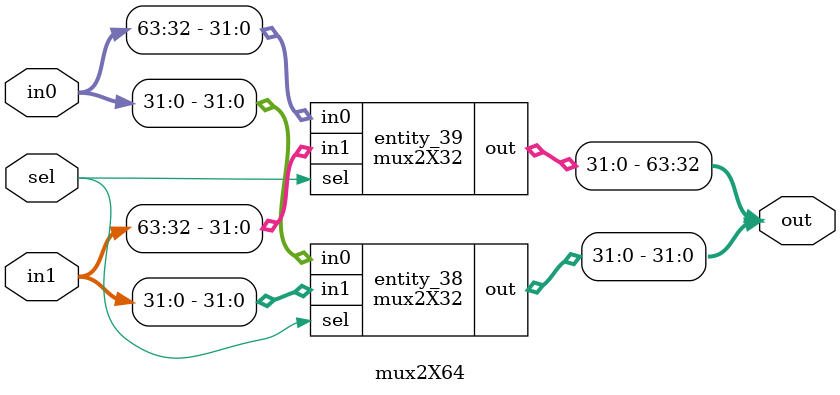
<source format=v>
module FULL_ADDER (a, b, c_in, sum, c_out);
    input wire a, b, c_in;
    output wire sum, c_out;
    wire s1, c1, c2;

    xor (s1, a, b); 
    xor (sum, s1, c_in);
    and (c1, a, b);
    and (c2, s1, c_in);
    or (c_out, c1, c2);
endmodule
//----------------------------------------------------------------------------
module FULL_ADDER_4BITS (a, b, c_in, sum, c_out);
    input wire [3:0] a, b;
    input wire c_in;
    output wire [3:0] sum;
    output wire c_out;
    wire [3:1] x;

FULL_ADDER entity_1 (a[0], b[0], c_in, sum[0], x[1]);
FULL_ADDER entity_2 (a[1], b[1], x[1], sum[1], x[2]);
FULL_ADDER entity_3 (a[2], b[2], x[2], sum[2], x[3]);
FULL_ADDER entity_4 (a[3], b[3], x[3], sum[3], c_out);
endmodule
//-----------------------------------------------------------------------------
module mux2X1 (in0, in1, sel, out);
    input wire in0, in1, sel;
    output wire out;
    wire net0, net1, selnot;

    not (selnot, sel);
    and (net0, in0, selnot);
    and (net1, in1, sel);
    or (out, net0, net1);
endmodule
//----------------------------------------------------------------------------
module mux2X2 (in0, in1, sel, out);
    input wire [1:0] in0, in1;
    input wire sel;
    output wire [1:0] out;
    wire net00, net10, selnot0, net01, net11, selnot1;

mux2X1 entity_5 (in0[0], in1[0], sel, out[0]);
mux2X1 entity_6 (in0[1], in1[1], sel, out[1]);
endmodule
//----------------------------------------------------------------------------
module mux2X4 (in0, in1, sel, out);
    input wire [3:0] in0, in1;
    input wire sel;
    output wire [3:0] out;

mux2X2 entity_7 (in0[1:0], in1[1:0], sel, out[1:0]);
mux2X2 entity_8 (in0[3:2], in1[3:2], sel, out[3:2]);
endmodule
//----------------------------------------------------------------------------
module mux2X8 (in0, in1, sel, out);
    input wire [7:0] in0, in1;
    input wire sel;
    output wire [7:0] out;

mux2X4 entity_9 (in0[3:0], in1[3:0], sel, out[3:0]);
mux2X4 entity_10 (in0[7:4], in1[7:4], sel, out[7:4]);
endmodule
//----------------------------------------------------------------------------
module mux2X16 (in0, in1, sel, out);
    input wire [15:0] in0, in1;
    input wire sel;
    output wire [15:0] out;

mux2X8 entity_11 (in0[7:0], in1[7:0], sel, out[7:0]);
mux2X8 entity_12 (in0[15:8], in1[15:8], sel, out[15:8]);
endmodule
//----------------------------------------------------------------------------
module mux2X32 (in0, in1, sel, out);
    input wire [31:0] in0, in1;
    input wire sel;
    output wire [31:0] out;

mux2X16 entity_13 (in0[15:0], in1[15:0], sel, out[15:0]);
mux2X16 entity_14 (in0[31:16], in1[31:16], sel, out[31:16]);
endmodule
//----------------------------------------------------------------------------
module CSA_4BITS (a, b, c_in, sum, c_out);
    input wire [3:0] a, b;
    input wire c_in;
    output wire [3:0] sum;
    output wire c_out;
    wire [1:0] s0, s1;
    wire c0, c1, c2, c3, c4, c5;

FULL_ADDER entity_15 (a[0], b[0], c_in, sum[0], c0);
FULL_ADDER entity_16 (a[1], b[1], c0, sum[1], c1);

FULL_ADDER entity_17 (a[2], b[2], 1'b0, s0[0], c2);
FULL_ADDER entity_18 (a[3], b[3], c2, s0[1], c3);
FULL_ADDER entity_19 (a[2], b[2], 1'b1, s1[0], c4);
FULL_ADDER entity_20 (a[3], b[3], c4, s1[1], c5);

mux2X1 entity_21 (c3, c5, c1, c_out);
mux2X2 entity_22 (s0, s1, c1, sum[3:2]);
endmodule
//----------------------------------------------------------------------------
module CSA_8BITS (a, b, c_in, sum, c_out);
    input wire [7:0] a, b;
    input wire c_in;
    output wire [7:0] sum;
    output wire c_out;
    wire [3:0] s0, s1;
    wire c0, c1, c2;

CSA_4BITS entity_23 (a[3:0], b[3:0], c_in, sum[3:0], c0);

CSA_4BITS entity_24 (a[7:4], b[7:4], 1'b0, s0, c1);
CSA_4BITS entity_25 (a[7:4], b[7:4], 1'b1, s1, c2);

mux2X1 entity_26 (c1, c2, c0, c_out);
mux2X4 entity_27 (s0, s1, c0, sum[7:4]);
endmodule
//----------------------------------------------------------------------------
module CSA_16BITS (a, b, c_in, sum, c_out);
    input wire [15:0] a, b;
    input wire c_in;
    output wire [15:0] sum;
    output wire c_out;
    wire [7:0] s0, s1;
    wire c0, c1, c2;

CSA_8BITS entity_28 (a[7:0], b[7:0], c_in, sum[7:0], c0);

CSA_8BITS entity_29 (a[15:8], b[15:8], 1'b0, s0, c1);
CSA_8BITS entity_30 (a[15:8], b[15:8], 1'b1, s1, c2);

mux2X1 entity_31 (c1, c2, c0, c_out);
mux2X8 entity_32 (s0, s1, c0, sum[15:8]);
endmodule
//----------------------------------------------------------------------------
module CSA_32BITS (a, b, c_in, sum, c_out);
    input wire [31:0] a, b;
    input wire c_in;
    output wire [31:0] sum;
    output wire c_out;
    wire [15:0] s0, s1;
    wire c0, c1, c2;

CSA_16BITS entity_33 (a[15:0], b[15:0], c_in, sum[15:0], c0);

CSA_16BITS entity_34 (a[31:16], b[31:16], 1'b0, s0, c1);
CSA_16BITS entity_35 (a[31:16], b[31:16], 1'b1, s1, c2);

mux2X1 entity_36 (c1, c2, c0, c_out);
mux2X16 entity_37 (s0, s1, c0, sum[31:16]);
endmodule
//----------------------------------------------------------------------------

`timescale 1ns/1ps
module CSA_TB;
    reg [31:0] a, b;
    reg c_in;
    wire [31:0] sum;
    wire c_out;

//Verilog code for the structural full adder 
CSA_32BITS uut (a, b, c_in, sum, c_out);
    initial begin
        #10
        a = 32'b00000000100000111100001110101110;
        b = 32'b00000000000001110010011110101110;
        c_in = 0;
        #10
        a = 32'b00000000110000100111011111010111;
        b = 32'b00000000101110111000111111010111;
        c_in = 1;
        #10 
        a = 32'b00000000101110101110000101001000;
        b = 32'b00000000010110011001100110011001;
        c_in = 0;
        #10
        a = 32'b00000000111111010111000010100100;
        b = 32'b00000000111111010111000010100100;
        c_in = 1;
/*
        #10
        a = 8'd44;
        b = -8'd14;
        c_in = 0;
        #10
        a = -8'd45;
        b = 8'd45;
        c_in = 1;
        #10
        a = 8'd16;
        b = -8'd56;
        c_in = 0;
        #10 
        a = 8'd6;
        b = -8'd4;
        c_in = 1;
*/
    end
endmodule
//----------------------------------------------------------------------------
module mux2X64 (in0, in1, sel, out);
    input wire [63:0] in0, in1;
    input wire sel;
    output wire [63:0] out;

mux2X32 entity_38 (in0[31:0], in1[31:0], sel, out[31:0]);
mux2X32 entity_39 (in0[63:32], in1[63:32], sel, out[63:32]);
endmodule
</source>
